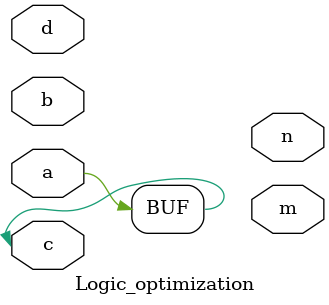
<source format=v>
module Logic_optimization (
    a, b, c, d, m, n
);

input a, b, c, d;
output m, n;

and ac(a, c);

    
endmodule
</source>
